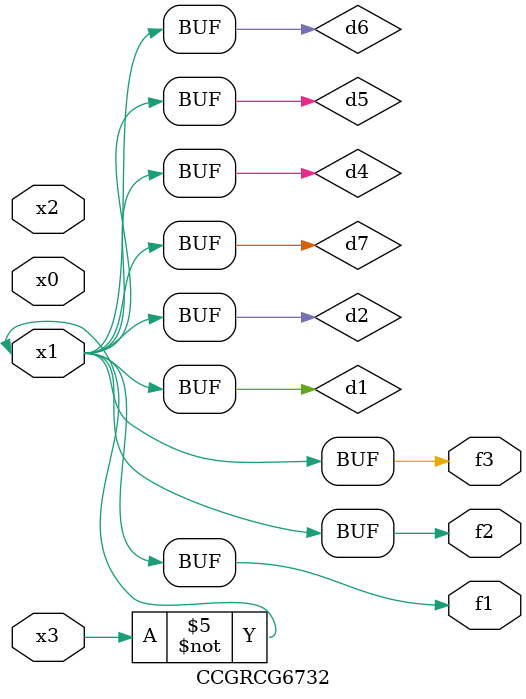
<source format=v>
module CCGRCG6732(
	input x0, x1, x2, x3,
	output f1, f2, f3
);

	wire d1, d2, d3, d4, d5, d6, d7;

	not (d1, x3);
	buf (d2, x1);
	xnor (d3, d1, d2);
	nor (d4, d1);
	buf (d5, d1, d2);
	buf (d6, d4, d5);
	nand (d7, d4);
	assign f1 = d6;
	assign f2 = d7;
	assign f3 = d6;
endmodule

</source>
